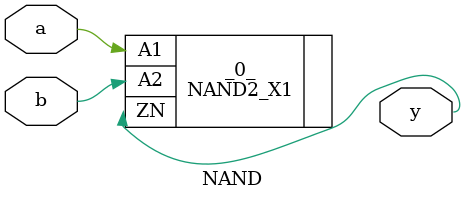
<source format=sv>
/* Generated by Yosys 0.55 (git sha1 60f126cd00c94892782470192d6c9f7abebe7c05, clang++ 16.0.0 -fPIC -O3) */

(* top =  1  *)
(* src = "nand.sv:3.1-7.10" *)
module NAND(a, b, y);
  (* src = "nand.sv:3.25-3.26" *)
  input a;
  wire a;
  (* src = "nand.sv:3.40-3.41" *)
  input b;
  wire b;
  (* src = "nand.sv:3.56-3.57" *)
  output y;
  wire y;
  NAND2_X1 _0_ (
    .A1(a),
    .A2(b),
    .ZN(y)
  );
endmodule

</source>
